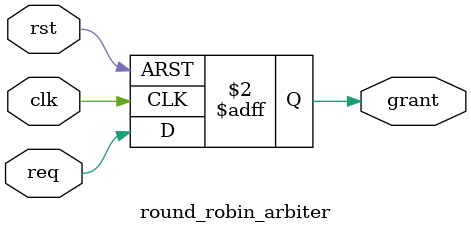
<source format=sv>
module round_robin_arbiter #(parameter NUM_CORES = 1) (
    input wire clk,
    input wire rst,
    input wire [NUM_CORES-1:0] req,
    output reg [NUM_CORES-1:0] grant
);

    generate
        if (NUM_CORES > 1) begin : multi_core
            reg [$clog2(NUM_CORES)-1:0] priority_reg; // Only declare when NUM_CORES > 1

            always @(posedge clk or posedge rst) begin
                if (rst) begin
                    grant <= {NUM_CORES{1'b0}};
                    priority_reg <= 0;
                end else begin
                    // Rotate priority
                    priority_reg <= (priority_reg + 1) % NUM_CORES;
                    // Grant access to the next requesting core
                    grant <= {NUM_CORES{1'b0}};
                    if (req[priority_reg])
                        grant[priority_reg] <= 1'b1;
                end
            end
        end else begin : single_core
            always @(posedge clk or posedge rst) begin
                if (rst) begin
                    grant <= {NUM_CORES{1'b0}};
                end else begin
                    grant <= req;
                end
            end
        end
    endgenerate

endmodule
</source>
